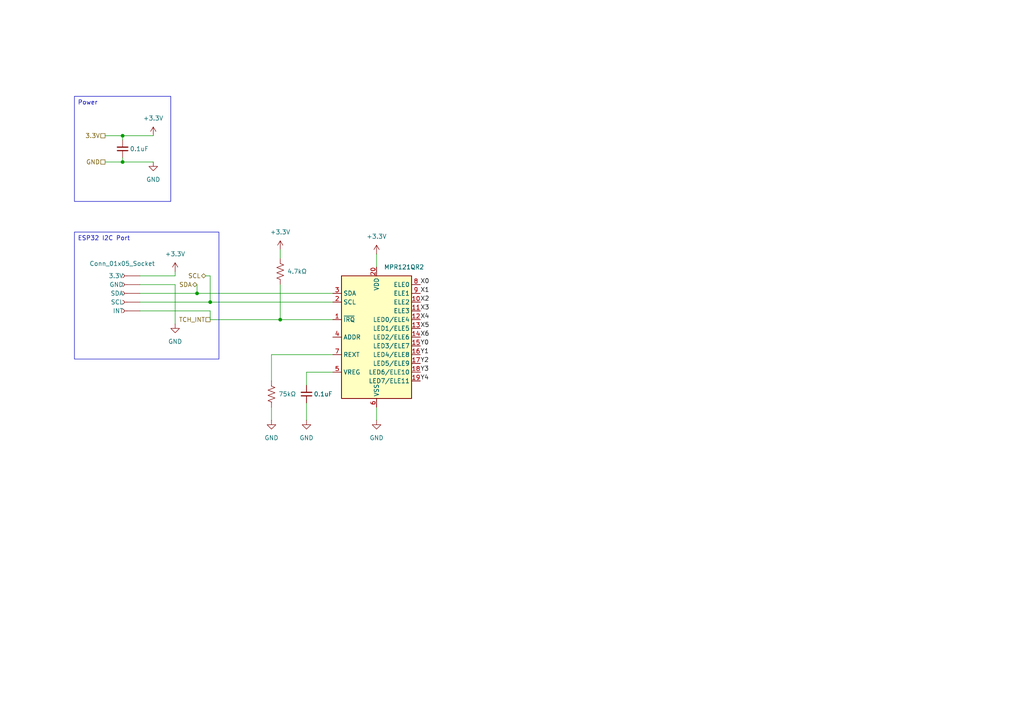
<source format=kicad_sch>
(kicad_sch (version 20250114) (generator "eeschema") (generator_version "9.0")
  (paper "A4")
  (lib_symbols
    (symbol "Connector:Conn_01x05_Socket" (pin_numbers (hide yes)) (pin_names (offset 1.016))
      (property "Reference" "J5" (at -1.524 11.938 0))
      (property "Value" "Conn_01x05_Socket" (at -9.398 8.636 0))
      (symbol "Conn_01x05_Socket_1_1"
        (polyline (pts (xy -1.27 5.08) (xy -0.508 5.08)) (stroke (width 0.1524)))
        (polyline (pts (xy -1.27 2.54) (xy -0.508 2.54)) (stroke (width 0.1524)))
        (polyline (pts (xy -1.27 0) (xy -0.508 0)) (stroke (width 0.1524)))
        (polyline (pts (xy -1.27 -2.54) (xy -0.508 -2.54)) (stroke (width 0.1524)))
        (polyline (pts (xy -1.27 -5.08) (xy -0.508 -5.08)) (stroke (width 0.1524)))
        (arc (start 0 4.572) (mid -0.5058 5.08) (end 0 5.588) (stroke (width 0.1524)))
        (arc (start 0 2.032) (mid -0.5058 2.54) (end 0 3.048) (stroke (width 0.1524)))
        (arc (start 0 -0.508) (mid -0.5058 0) (end 0 0.508) (stroke (width 0.1524)))
        (arc (start 0 -3.048) (mid -0.5058 -2.54) (end 0 -2.032) (stroke (width 0.1524)))
        (arc (start 0 -5.588) (mid -0.5058 -5.08) (end 0 -4.572) (stroke (width 0.1524)))
        (pin passive line (at -5.08 5.08 0) (length 3.81) (name "3.3V") (number "1"))
        (pin passive line (at -5.08 2.54 0) (length 3.81) (name "GND") (number "2"))
        (pin bidirectional line (at -5.08 0 0) (length 3.81) (name "SDA") (number "3"))
        (pin bidirectional line (at -5.08 -2.54 0) (length 3.81) (name "SCL") (number "4"))
        (pin passive line (at -5.08 -5.08 0) (length 3.81) (name "INT") (number "5"))
      )
    )
    (symbol "Device:C_Small" (pin_numbers (hide yes)) (pin_names (offset 0.254) (hide yes))
      (property "Reference" "C" (at 0.254 1.778 0))
      (property "Value" "C_Small" (at 0.254 -2.032 0))
      (symbol "C_Small_0_1"
        (polyline (pts (xy -1.524 0.508) (xy 1.524 0.508)) (stroke (width 0.3048)))
        (polyline (pts (xy -1.524 -0.508) (xy 1.524 -0.508)) (stroke (width 0.3302)))
      )
      (symbol "C_Small_1_1"
        (pin passive line (at 0 2.54 270) (length 2.032) (name "~") (number "1"))
        (pin passive line (at 0 -2.54 90) (length 2.032) (name "~") (number "2"))
      )
    )
    (symbol "Device:R_US" (pin_numbers (hide yes)) (pin_names (offset 0))
      (property "Reference" "R" (at 2.54 0 90))
      (property "Value" "R_US" (at -2.54 0 90))
      (symbol "R_US_0_1"
        (polyline (pts (xy 0 2.286) (xy 0 2.54)))
        (polyline (pts (xy 0 2.286) (xy 1.016 1.905) (xy 0 1.524) (xy -1.016 1.143) (xy 0 0.762)))
        (polyline (pts (xy 0 0.762) (xy 1.016 0.381) (xy 0 0) (xy -1.016 -0.381) (xy 0 -0.762)))
        (polyline (pts (xy 0 -0.762) (xy 1.016 -1.143) (xy 0 -1.524) (xy -1.016 -1.905) (xy 0 -2.286)))
        (polyline (pts (xy 0 -2.286) (xy 0 -2.54)))
      )
      (symbol "R_US_1_1"
        (pin passive line (at 0 3.81 270) (length 1.27) (name "~") (number "1"))
        (pin passive line (at 0 -3.81 90) (length 1.27) (name "~") (number "2"))
      )
    )
    (symbol "Sensor_Touch:MPR121QR2"
      (property "Reference" "U" (at -10.16 19.05 0))
      (property "Value" "MPR121QR2" (at 6.35 19.05 0))
      (symbol "MPR121QR2_0_1"
        (rectangle (start -10.16 17.78) (end 10.16 -17.78) (stroke (width 0.254)) (fill (type background)))
      )
      (symbol "MPR121QR2_1_1"
        (pin bidirectional line (at -12.7 12.7 0) (length 2.54) (name "SDA") (number "3"))
        (pin input line (at -12.7 10.16 0) (length 2.54) (name "SCL") (number "2"))
        (pin open_collector line (at -12.7 5.08 0) (length 2.54) (name "~{IRQ}") (number "1"))
        (pin input line (at -12.7 0 0) (length 2.54) (name "ADDR") (number "4"))
        (pin passive line (at -12.7 -5.08 0) (length 2.54) (name "REXT") (number "7"))
        (pin passive line (at -12.7 -10.16 0) (length 2.54) (name "VREG") (number "5"))
        (pin power_in line (at 0 20.32 270) (length 2.54) (name "VDD") (number "20"))
        (pin power_in line (at 0 -20.32 90) (length 2.54) (name "VSS") (number "6"))
        (pin passive line (at 12.7 15.24 180) (length 2.54) (name "ELE0") (number "8"))
        (pin passive line (at 12.7 12.7 180) (length 2.54) (name "ELE1") (number "9"))
        (pin passive line (at 12.7 10.16 180) (length 2.54) (name "ELE2") (number "10"))
        (pin passive line (at 12.7 7.62 180) (length 2.54) (name "ELE3") (number "11"))
        (pin passive line (at 12.7 5.08 180) (length 2.54) (name "LED0/ELE4") (number "12"))
        (pin passive line (at 12.7 2.54 180) (length 2.54) (name "LED1/ELE5") (number "13"))
        (pin passive line (at 12.7 0 180) (length 2.54) (name "LED2/ELE6") (number "14"))
        (pin passive line (at 12.7 -2.54 180) (length 2.54) (name "LED3/ELE7") (number "15"))
        (pin passive line (at 12.7 -5.08 180) (length 2.54) (name "LED4/ELE8") (number "16"))
        (pin passive line (at 12.7 -7.62 180) (length 2.54) (name "LED5/ELE9") (number "17"))
        (pin passive line (at 12.7 -10.16 180) (length 2.54) (name "LED6/ELE10") (number "18"))
        (pin passive line (at 12.7 -12.7 180) (length 2.54) (name "LED7/ELE11") (number "19"))
      )
    )
    (symbol "power:+3.3V" (power) (pin_numbers (hide yes)) (pin_names (offset 0) (hide yes))
      (property "Value" "+3.3V" (at 0 3.556 0))
      (symbol "+3.3V_0_1"
        (polyline (pts (xy -0.762 1.27) (xy 0 2.54)))
        (polyline (pts (xy 0 2.54) (xy 0.762 1.27)))
        (polyline (pts (xy 0 0) (xy 0 2.54)))
      )
      (symbol "+3.3V_1_1"
        (pin power_in line (at 0 0 90) (length 0) (name "~") (number "1"))
      )
    )
    (symbol "power:GND" (power) (pin_numbers (hide yes)) (pin_names (offset 0) (hide yes))
      (property "Value" "GND" (at 0 -3.81 0))
      (symbol "GND_0_1"
        (polyline (pts (xy 0 0) (xy 0 -1.27) (xy 1.27 -1.27) (xy 0 -2.54) (xy -1.27 -1.27) (xy 0 -1.27)))
      )
      (symbol "GND_1_1"
        (pin power_in line (at 0 0 270) (length 0) (name "~") (number "1"))
      )
    )
  )
  (text_box "ESP32 I2C Port" (at 21.59 67.31 0) (size 41.91 36.83) (margins 0.9525 0.9525 0.9525 0.9525) (effects (font (size 1.27 1.27)) (justify left top)))
  (text_box "Power" (at 21.59 27.94 0) (size 27.94 30.48) (margins 0.9525 0.9525 0.9525 0.9525) (effects (font (size 1.27 1.27)) (justify left top)))
  (junction (at 35.56 46.99))
  (junction (at 57.15 85.09))
  (junction (at 81.28 92.71))
  (junction (at 35.56 39.37))
  (junction (at 60.96 87.63))
  (wire (pts (xy 59.69 80.01) (xy 60.96 80.01)))
  (wire (pts (xy 88.9 116.84) (xy 88.9 121.92)))
  (wire (pts (xy 57.15 82.55) (xy 57.15 85.09)))
  (wire (pts (xy 78.74 118.11) (xy 78.74 121.92)))
  (wire (pts (xy 35.56 39.37) (xy 35.56 40.64)))
  (wire (pts (xy 109.22 121.92) (xy 109.22 118.11)))
  (wire (pts (xy 35.56 46.99) (xy 44.45 46.99)))
  (wire (pts (xy 109.22 73.66) (xy 109.22 77.47)))
  (wire (pts (xy 88.9 107.95) (xy 96.52 107.95)))
  (wire (pts (xy 60.96 80.01) (xy 60.96 87.63)))
  (wire (pts (xy 30.48 46.99) (xy 35.56 46.99)))
  (wire (pts (xy 81.28 82.55) (xy 81.28 92.71)))
  (wire (pts (xy 35.56 39.37) (xy 44.45 39.37)))
  (wire (pts (xy 81.28 72.39) (xy 81.28 74.93)))
  (wire (pts (xy 96.52 102.87) (xy 78.74 102.87)))
  (wire (pts (xy 30.48 39.37) (xy 35.56 39.37)))
  (wire (pts (xy 40.64 82.55) (xy 50.8 82.55)))
  (wire (pts (xy 60.96 90.17) (xy 60.96 92.71)))
  (wire (pts (xy 40.64 90.17) (xy 60.96 90.17)))
  (wire (pts (xy 57.15 85.09) (xy 96.52 85.09)))
  (wire (pts (xy 50.8 82.55) (xy 50.8 93.98)))
  (wire (pts (xy 60.96 87.63) (xy 96.52 87.63)))
  (wire (pts (xy 60.96 92.71) (xy 81.28 92.71)))
  (wire (pts (xy 88.9 107.95) (xy 88.9 111.76)))
  (wire (pts (xy 35.56 45.72) (xy 35.56 46.99)))
  (wire (pts (xy 40.64 85.09) (xy 57.15 85.09)))
  (wire (pts (xy 78.74 102.87) (xy 78.74 110.49)))
  (wire (pts (xy 40.64 87.63) (xy 60.96 87.63)))
  (wire (pts (xy 50.8 78.74) (xy 50.8 80.01)))
  (wire (pts (xy 81.28 92.71) (xy 96.52 92.71)))
  (wire (pts (xy 50.8 80.01) (xy 40.64 80.01)))
  (label "Y4" (at 121.92 110.49 0))
  (label "X0" (at 121.92 82.55 0))
  (label "Y1" (at 121.92 102.87 0))
  (label "X3" (at 121.92 90.17 0))
  (label "X2" (at 121.92 87.63 0))
  (label "Y0" (at 121.92 100.33 0))
  (label "Y3" (at 121.92 107.95 0))
  (label "Y2" (at 121.92 105.41 0))
  (label "X1" (at 121.92 85.09 0))
  (label "X5" (at 121.92 95.25 0))
  (label "X4" (at 121.92 92.71 0))
  (label "X6" (at 121.92 97.79 0))
  (hierarchical_label "TCH_INT" (shape passive) (at 60.96 92.71 180))
  (hierarchical_label "3.3V" (shape passive) (at 30.48 39.37 180))
  (hierarchical_label "SCL" (shape bidirectional) (at 59.69 80.01 180))
  (hierarchical_label "GND" (shape passive) (at 30.48 46.99 180))
  (hierarchical_label "SDA" (shape bidirectional) (at 57.15 82.55 180))
  (symbol (lib_id "Device:R_US") (at 78.74 114.3 0) (unit 1)
    (property "Reference" "R28" (effects (hide yes)))
    (property "Value" "75kΩ" (at 80.772 114.3 0) (effects (justify left)))
    (property "Footprint" "Resistor_SMD:R_0805_2012Metric_Pad1.20x1.40mm_HandSolder" (effects (hide yes)))
    (property "Description" "Resistor, US symbol" (effects (hide yes)))
  )
  (symbol (lib_id "power:+3.3V") (at 44.45 39.37 0) (unit 1)
    (property "Reference" "#PWR072" (effects (hide yes)))
    (property "Value" "+3.3V" (at 44.45 34.29 0))
    (property "Description" "Power symbol creates a global label with name \"+3.3V\"" (effects (hide yes)))
  )
  (symbol (lib_id "power:GND") (at 88.9 121.92 0) (unit 1)
    (property "Reference" "#PWR074" (effects (hide yes)))
    (property "Value" "GND" (at 88.9 127 0))
    (property "Description" "Power symbol creates a global label with name \"GND\" , ground" (effects (hide yes)))
  )
  (symbol (lib_id "power:GND") (at 78.74 121.92 0) (unit 1)
    (property "Reference" "#PWR075" (effects (hide yes)))
    (property "Value" "GND" (at 78.74 127 0))
    (property "Description" "Power symbol creates a global label with name \"GND\" , ground" (effects (hide yes)))
  )
  (symbol (lib_id "Device:R_US") (at 81.28 78.74 0) (unit 1)
    (property "Reference" "R24" (effects (hide yes)))
    (property "Value" "4.7kΩ" (at 83.312 78.74 0) (effects (justify left)))
    (property "Footprint" "Resistor_SMD:R_0805_2012Metric_Pad1.20x1.40mm_HandSolder" (effects (hide yes)))
    (property "Description" "Resistor, US symbol" (effects (hide yes)))
  )
  (symbol (lib_id "Device:C_Small") (at 88.9 114.3 180) (unit 1)
    (property "Reference" "C18" (effects (hide yes)))
    (property "Value" "0.1uF" (at 93.726 114.3 0))
    (property "Footprint" "Capacitor_SMD:C_0805_2012Metric_Pad1.18x1.45mm_HandSolder" (effects (hide yes)))
    (property "Description" "Unpolarized capacitor, small symbol" (effects (hide yes)))
  )
  (symbol (lib_id "power:GND") (at 50.8 93.98 0) (unit 1)
    (property "Reference" "#PWR063" (effects (hide yes)))
    (property "Value" "GND" (at 50.8 99.06 0))
    (property "Description" "Power symbol creates a global label with name \"GND\" , ground" (effects (hide yes)))
  )
  (symbol (lib_id "power:GND") (at 109.22 121.92 0) (unit 1)
    (property "Reference" "#PWR066" (effects (hide yes)))
    (property "Value" "GND" (at 109.22 127 0))
    (property "Description" "Power symbol creates a global label with name \"GND\" , ground" (effects (hide yes)))
  )
  (symbol (lib_id "power:+3.3V") (at 81.28 72.39 0) (mirror y) (unit 1)
    (property "Reference" "#PWR068" (effects (hide yes)))
    (property "Value" "+3.3V" (at 81.28 67.31 0))
    (property "Description" "Power symbol creates a global label with name \"+3.3V\"" (effects (hide yes)))
  )
  (symbol (lib_id "Device:C_Small") (at 35.56 43.18 180) (unit 1)
    (property "Reference" "C17" (effects (hide yes)))
    (property "Value" "0.1uF" (at 40.386 43.18 0))
    (property "Footprint" "Capacitor_SMD:C_0805_2012Metric_Pad1.18x1.45mm_HandSolder" (effects (hide yes)))
    (property "Description" "Unpolarized capacitor, small symbol" (effects (hide yes)))
  )
  (symbol (lib_id "power:+3.3V") (at 50.8 78.74 0) (mirror y) (unit 1)
    (property "Reference" "#PWR062" (effects (hide yes)))
    (property "Value" "+3.3V" (at 50.8 73.66 0))
    (property "Description" "Power symbol creates a global label with name \"+3.3V\"" (effects (hide yes)))
  )
  (symbol (lib_id "Sensor_Touch:MPR121QR2") (at 109.22 97.79 0) (unit 1)
    (property "Reference" "U4" (effects (hide yes)))
    (property "Value" "MPR121QR2" (at 111.3633 77.47 0) (effects (justify left)))
    (property "Footprint" "Package_DFN_QFN:UQFN-20_3x3mm_P0.4mm" (effects (hide yes)))
    (property "Datasheet" "https://resurgentsemi.com/wp-content/uploads/2018/09/MPR121_rev5-Resurgent.pdf?d453f8&d453f8" (effects (hide yes)))
    (property "Description" "12ch Touch Sensor controller, UQFN-20" (effects (hide yes)))
  )
  (symbol (lib_id "power:GND") (at 44.45 46.99 0) (unit 1)
    (property "Reference" "#PWR073" (effects (hide yes)))
    (property "Value" "GND" (at 44.45 52.07 0))
    (property "Description" "Power symbol creates a global label with name \"GND\" , ground" (effects (hide yes)))
  )
  (symbol (lib_id "Connector:Conn_01x05_Socket") (at 35.56 85.09 0) (mirror y) (unit 1)
    (property "Reference" "J2" (effects (hide yes)))
    (property "Value" "Conn_01x05_Socket" (at 44.958 76.454 0) (effects (justify left)))
    (property "Footprint" "Connector_JST:JST_XH_B5B-XH-A_1x05_P2.50mm_Vertical" (effects (hide yes)))
    (property "Description" "Generic connector, single row, 01x05, script generated" (effects (hide yes)))
  )
  (symbol (lib_id "power:+3.3V") (at 109.22 73.66 0) (mirror y) (unit 1)
    (property "Reference" "#PWR067" (effects (hide yes)))
    (property "Value" "+3.3V" (at 109.22 68.58 0))
    (property "Description" "Power symbol creates a global label with name \"+3.3V\"" (effects (hide yes)))
  )
)
</source>
